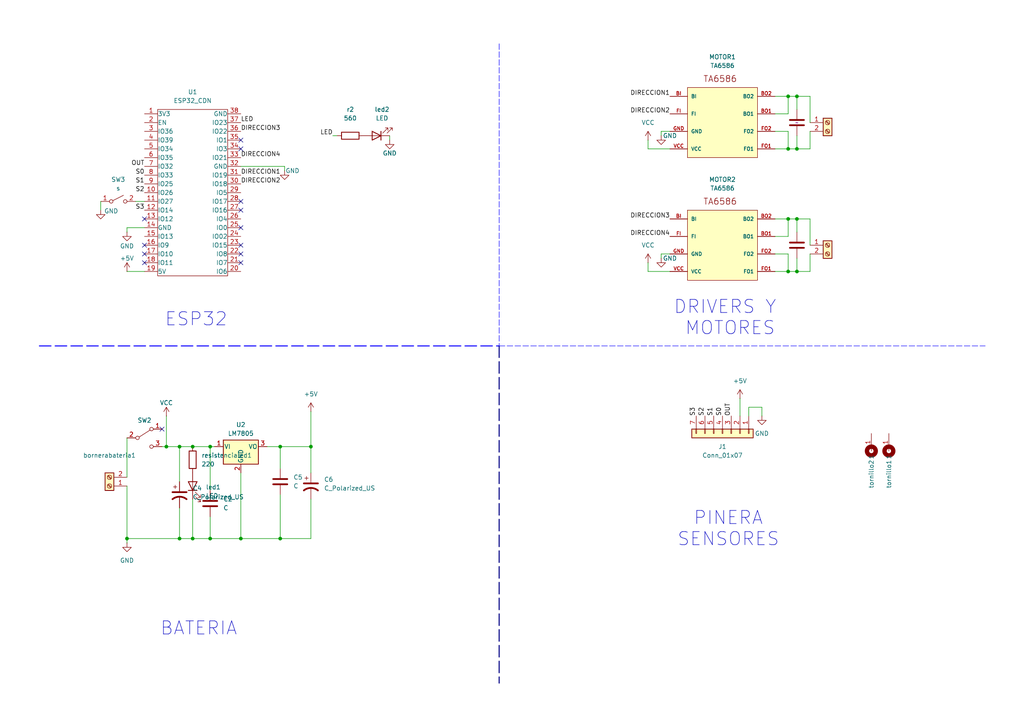
<source format=kicad_sch>
(kicad_sch (version 20231120) (generator "eeschema") (generator_version "8.0")
  (paper "A4")
  (lib_symbols
    (symbol "CDN:Conn_01x07" (pin_names (offset 1.016) hide)
      (property "Reference" "J" (at 0 10.16 0))
      (property "Value" "Conn_01x07" (at 0 -10.16 0))
      (symbol "Conn_01x07_1_1"
        (rectangle (start -1.27 -7.493) (end 0 -7.747) (stroke (width 0.1524)))
        (rectangle (start -1.27 -4.953) (end 0 -5.207) (stroke (width 0.1524)))
        (rectangle (start -1.27 -2.413) (end 0 -2.667) (stroke (width 0.1524)))
        (rectangle (start -1.27 0.127) (end 0 -0.127) (stroke (width 0.1524)))
        (rectangle (start -1.27 2.667) (end 0 2.413) (stroke (width 0.1524)))
        (rectangle (start -1.27 5.207) (end 0 4.953) (stroke (width 0.1524)))
        (rectangle (start -1.27 7.747) (end 0 7.493) (stroke (width 0.1524)))
        (rectangle (start -1.27 8.89) (end 1.27 -8.89) (stroke (width 0.254)) (fill (type background)))
        (pin passive line (at -5.08 7.62 0) (length 3.81) (name "Pin_1") (number "1"))
        (pin passive line (at -5.08 5.08 0) (length 3.81) (name "Pin_2") (number "2"))
        (pin passive line (at -5.08 2.54 0) (length 3.81) (name "Pin_3") (number "3"))
        (pin passive line (at -5.08 0 0) (length 3.81) (name "Pin_4") (number "4"))
        (pin passive line (at -5.08 -2.54 0) (length 3.81) (name "Pin_5") (number "5"))
        (pin passive line (at -5.08 -5.08 0) (length 3.81) (name "Pin_6") (number "6"))
        (pin passive line (at -5.08 -7.62 0) (length 3.81) (name "Pin_7") (number "7"))
      )
    )
    (symbol "CDN:ESP32_CDN" (pin_names (offset 0.0254))
      (property "Reference" "U" (at 0 25.4 0))
      (property "Value" "ESP32_CDN" (at 0 -25.4 0))
      (symbol "ESP32_CDN_0_1"
        (rectangle (start -10.16 24.13) (end 10.16 -24.13))
      )
      (symbol "ESP32_CDN_1_1"
        (pin passive line (at -13.97 22.86 0) (length 3.81) (name "3V3") (number "1"))
        (pin passive line (at -13.97 0 0) (length 3.81) (name "IO26") (number "10"))
        (pin passive line (at -13.97 -2.54 0) (length 3.81) (name "IO27") (number "11"))
        (pin passive line (at -13.97 -5.08 0) (length 3.81) (name "IO14") (number "12"))
        (pin passive line (at -13.97 -7.62 0) (length 3.81) (name "IO12") (number "13"))
        (pin passive line (at -13.97 -10.16 0) (length 3.81) (name "GND") (number "14"))
        (pin passive line (at -13.97 -12.7 0) (length 3.81) (name "IO13") (number "15"))
        (pin passive line (at -13.97 -15.24 0) (length 3.81) (name "IO9") (number "16"))
        (pin passive line (at -13.97 -17.78 0) (length 3.81) (name "IO10") (number "17"))
        (pin passive line (at -13.97 -20.32 0) (length 3.81) (name "IO11") (number "18"))
        (pin passive line (at -13.97 -22.86 0) (length 3.81) (name "5V") (number "19"))
        (pin passive line (at -13.97 20.32 0) (length 3.81) (name "EN") (number "2"))
        (pin passive line (at 13.97 -22.86 180) (length 3.81) (name "IO6") (number "20"))
        (pin passive line (at 13.97 -20.32 180) (length 3.81) (name "IO7") (number "21"))
        (pin passive line (at 13.97 -17.78 180) (length 3.81) (name "IO8") (number "22"))
        (pin passive line (at 13.97 -15.24 180) (length 3.81) (name "IO15") (number "23"))
        (pin passive line (at 13.97 -12.7 180) (length 3.81) (name "IO02") (number "24"))
        (pin passive line (at 13.97 -10.16 180) (length 3.81) (name "IO0") (number "25"))
        (pin passive line (at 13.97 -7.62 180) (length 3.81) (name "IO4") (number "26"))
        (pin passive line (at 13.97 -5.08 180) (length 3.81) (name "IO16") (number "27"))
        (pin passive line (at 13.97 -2.54 180) (length 3.81) (name "IO17") (number "28"))
        (pin passive line (at 13.97 0 180) (length 3.81) (name "IO5") (number "29"))
        (pin passive line (at -13.97 17.78 0) (length 3.81) (name "IO36") (number "3"))
        (pin passive line (at 13.97 2.54 180) (length 3.81) (name "IO18") (number "30"))
        (pin passive line (at 13.97 5.08 180) (length 3.81) (name "IO19") (number "31"))
        (pin passive line (at 13.97 7.62 180) (length 3.81) (name "GND") (number "32"))
        (pin passive line (at 13.97 10.16 180) (length 3.81) (name "IO21") (number "33"))
        (pin passive line (at 13.97 12.7 180) (length 3.81) (name "IO3") (number "34"))
        (pin passive line (at 13.97 15.24 180) (length 3.81) (name "IO1") (number "35"))
        (pin passive line (at 13.97 17.78 180) (length 3.81) (name "IO22") (number "36"))
        (pin passive line (at 13.97 20.32 180) (length 3.81) (name "IO23") (number "37"))
        (pin passive line (at 13.97 22.86 180) (length 3.81) (name "GND") (number "38"))
        (pin passive line (at -13.97 15.24 0) (length 3.81) (name "IO39") (number "4"))
        (pin passive line (at -13.97 12.7 0) (length 3.81) (name "IO34") (number "5"))
        (pin passive line (at -13.97 10.16 0) (length 3.81) (name "IO35") (number "6"))
        (pin passive line (at -13.97 7.62 0) (length 3.81) (name "IO32") (number "7"))
        (pin passive line (at -13.97 5.08 0) (length 3.81) (name "IO33") (number "8"))
        (pin passive line (at -13.97 2.54 0) (length 3.81) (name "IO25") (number "9"))
      )
    )
    (symbol "Connector:Screw_Terminal_01x02" (pin_names (offset 1.016) hide)
      (property "Reference" "J" (at 0 2.54 0))
      (property "Value" "Screw_Terminal_01x02" (at 0 -5.08 0))
      (symbol "Screw_Terminal_01x02_1_1"
        (rectangle (start -1.27 1.27) (end 1.27 -3.81) (stroke (width 0.254)) (fill (type background)))
        (circle (center 0 -2.54) (radius 0.635) (stroke (width 0.1524)))
        (polyline (pts (xy -0.5334 -2.2098) (xy 0.3302 -3.048)) (stroke (width 0.1524)))
        (polyline (pts (xy -0.5334 0.3302) (xy 0.3302 -0.508)) (stroke (width 0.1524)))
        (polyline (pts (xy -0.3556 -2.032) (xy 0.508 -2.8702)) (stroke (width 0.1524)))
        (polyline (pts (xy -0.3556 0.508) (xy 0.508 -0.3302)) (stroke (width 0.1524)))
        (circle (center 0 0) (radius 0.635) (stroke (width 0.1524)))
        (pin passive line (at -5.08 0 0) (length 3.81) (name "Pin_1") (number "1"))
        (pin passive line (at -5.08 -2.54 0) (length 3.81) (name "Pin_2") (number "2"))
      )
    )
    (symbol "Device:C" (pin_numbers hide) (pin_names (offset 0.254))
      (property "Reference" "C" (at 0.635 2.54 0))
      (property "Value" "C" (at 0.635 -2.54 0))
      (symbol "C_0_1"
        (polyline (pts (xy -2.032 -0.762) (xy 2.032 -0.762)) (stroke (width 0.508)))
        (polyline (pts (xy -2.032 0.762) (xy 2.032 0.762)) (stroke (width 0.508)))
      )
      (symbol "C_1_1"
        (pin passive line (at 0 3.81 270) (length 2.794) (name "~") (number "1"))
        (pin passive line (at 0 -3.81 90) (length 2.794) (name "~") (number "2"))
      )
    )
    (symbol "Device:C_Polarized_US" (pin_numbers hide) (pin_names (offset 0.254) hide)
      (property "Reference" "C" (at 0.635 2.54 0))
      (property "Value" "C_Polarized_US" (at 0.635 -2.54 0))
      (symbol "C_Polarized_US_0_1"
        (polyline (pts (xy -2.032 0.762) (xy 2.032 0.762)) (stroke (width 0.508)))
        (polyline (pts (xy -1.778 2.286) (xy -0.762 2.286)))
        (polyline (pts (xy -1.27 1.778) (xy -1.27 2.794)))
        (arc (start 2.032 -1.27) (mid 0 -0.5572) (end -2.032 -1.27) (stroke (width 0.508)))
      )
      (symbol "C_Polarized_US_1_1"
        (pin passive line (at 0 3.81 270) (length 2.794) (name "~") (number "1"))
        (pin passive line (at 0 -3.81 90) (length 3.302) (name "~") (number "2"))
      )
    )
    (symbol "Device:LED" (pin_numbers hide) (pin_names (offset 1.016) hide)
      (property "Reference" "D" (at 0 2.54 0))
      (property "Value" "LED" (at 0 -2.54 0))
      (symbol "LED_0_1"
        (polyline (pts (xy -1.27 -1.27) (xy -1.27 1.27)) (stroke (width 0.254)))
        (polyline (pts (xy -1.27 0) (xy 1.27 0)))
        (polyline (pts (xy 1.27 -1.27) (xy 1.27 1.27) (xy -1.27 0) (xy 1.27 -1.27)) (stroke (width 0.254)))
        (polyline (pts (xy -3.048 -0.762) (xy -4.572 -2.286) (xy -3.81 -2.286) (xy -4.572 -2.286) (xy -4.572 -1.524)))
        (polyline (pts (xy -1.778 -0.762) (xy -3.302 -2.286) (xy -2.54 -2.286) (xy -3.302 -2.286) (xy -3.302 -1.524)))
      )
      (symbol "LED_1_1"
        (pin passive line (at -3.81 0 0) (length 2.54) (name "K") (number "1"))
        (pin passive line (at 3.81 0 180) (length 2.54) (name "A") (number "2"))
      )
    )
    (symbol "Device:R" (pin_numbers hide) (pin_names (offset 0))
      (property "Reference" "R" (at 2.032 0 90))
      (property "Value" "R" (at 0 0 90))
      (symbol "R_0_1"
        (rectangle (start -1.016 -2.54) (end 1.016 2.54) (stroke (width 0.254)))
      )
      (symbol "R_1_1"
        (pin passive line (at 0 3.81 270) (length 1.27) (name "~") (number "1"))
        (pin passive line (at 0 -3.81 90) (length 1.27) (name "~") (number "2"))
      )
    )
    (symbol "EESTN5:Cable_PAD" (pin_names (offset 1.016))
      (property "Reference" "J" (at 0 5.08 0))
      (symbol "Cable_PAD_0_1"
        (circle (center 0 0) (radius 1.27) (stroke (width 1.27)))
      )
      (symbol "Cable_PAD_1_1"
        (pin input line (at -5.08 0 0) (length 5.08) (name "1") (number "1"))
      )
    )
    (symbol "EESTN5:SW_SPDT" (pin_names (offset 0) hide)
      (property "Reference" "SW" (at 0 4.318 0))
      (symbol "SW_SPDT_0_0"
        (circle (center -2.032 0) (radius 0.508))
        (circle (center 2.032 -2.54) (radius 0.508))
      )
      (symbol "SW_SPDT_0_1"
        (polyline (pts (xy -1.524 0.254) (xy 1.651 2.286)))
        (circle (center 2.032 2.54) (radius 0.508))
      )
      (symbol "SW_SPDT_1_1"
        (pin passive line (at 5.08 2.54 180) (length 2.54) (name "A") (number "1"))
        (pin passive line (at -5.08 0 0) (length 2.54) (name "B") (number "2"))
        (pin passive line (at 5.08 -2.54 180) (length 2.54) (name "C") (number "3"))
      )
    )
    (symbol "Regulator_Linear:LM7805_TO220" (pin_names (offset 0.254))
      (property "Reference" "U" (at -3.81 3.175 0))
      (property "Value" "LM7805_TO220" (at 0 3.175 0))
      (symbol "LM7805_TO220_0_1"
        (rectangle (start -5.08 1.905) (end 5.08 -5.08) (stroke (width 0.254)) (fill (type background)))
      )
      (symbol "LM7805_TO220_1_1"
        (pin power_in line (at -7.62 0 0) (length 2.54) (name "VI") (number "1"))
        (pin power_in line (at 0 -7.62 90) (length 2.54) (name "GND") (number "2"))
        (pin power_out line (at 7.62 0 180) (length 2.54) (name "VO") (number "3"))
      )
    )
    (symbol "Switch:SW_SPST" (pin_names (offset 0) hide)
      (property "Reference" "SW" (at 0 3.175 0))
      (property "Value" "SW_SPST" (at 0 -2.54 0))
      (symbol "SW_SPST_0_0"
        (circle (center -2.032 0) (radius 0.508))
        (polyline (pts (xy -1.524 0.254) (xy 1.524 1.778)))
        (circle (center 2.032 0) (radius 0.508))
      )
      (symbol "SW_SPST_1_1"
        (pin passive line (at -5.08 0 0) (length 2.54) (name "A") (number "1"))
        (pin passive line (at 5.08 0 180) (length 2.54) (name "B") (number "2"))
      )
    )
    (symbol "TA6586:TA6586" (pin_names (offset 1.016))
      (property "Reference" "U" (at 0 0 0))
      (property "Value" "TA6586" (at 0 0 0))
      (symbol "TA6586_0_0"
        (rectangle (start -10.16 -10.16) (end 10.16 10.16) (stroke (width 0.1524)) (fill (type background)))
        (text "TA6586 " (at 0 12.7 0) (effects (font (size 1.778 1.778))))
        (pin bidirectional line (at -15.24 7.62 0) (length 5.08) (name "BI") (number "BI"))
        (pin bidirectional line (at 15.24 2.54 180) (length 5.08) (name "BO1") (number "BO1"))
        (pin bidirectional line (at 15.24 7.62 180) (length 5.08) (name "BO2") (number "BO2"))
        (pin bidirectional line (at -15.24 2.54 0) (length 5.08) (name "FI") (number "FI"))
        (pin bidirectional line (at 15.24 -7.62 180) (length 5.08) (name "FO1") (number "FO1"))
        (pin bidirectional line (at 15.24 -2.54 180) (length 5.08) (name "FO2") (number "FO2"))
        (pin bidirectional line (at -15.24 -2.54 0) (length 5.08) (name "GND") (number "GND"))
        (pin bidirectional line (at -15.24 -7.62 0) (length 5.08) (name "VCC") (number "VCC"))
      )
    )
    (symbol "power:+5V" (power) (pin_numbers hide) (pin_names (offset 0) hide)
      (property "Value" "+5V" (at 0 3.556 0))
      (symbol "+5V_0_1"
        (polyline (pts (xy -0.762 1.27) (xy 0 2.54)))
        (polyline (pts (xy 0 0) (xy 0 2.54)))
        (polyline (pts (xy 0 2.54) (xy 0.762 1.27)))
      )
      (symbol "+5V_1_1"
        (pin power_in line (at 0 0 90) (length 0) (name "~") (number "1"))
      )
    )
    (symbol "power:GND" (power) (pin_numbers hide) (pin_names (offset 0) hide)
      (property "Value" "GND" (at 0 -3.81 0))
      (symbol "GND_0_1"
        (polyline (pts (xy 0 0) (xy 0 -1.27) (xy 1.27 -1.27) (xy 0 -2.54) (xy -1.27 -1.27) (xy 0 -1.27)))
      )
      (symbol "GND_1_1"
        (pin power_in line (at 0 0 270) (length 0) (name "~") (number "1"))
      )
    )
    (symbol "power:VCC" (power) (pin_numbers hide) (pin_names (offset 0) hide)
      (property "Value" "VCC" (at 0 3.556 0))
      (symbol "VCC_0_1"
        (polyline (pts (xy -0.762 1.27) (xy 0 2.54)))
        (polyline (pts (xy 0 0) (xy 0 2.54)))
        (polyline (pts (xy 0 2.54) (xy 0.762 1.27)))
      )
      (symbol "VCC_1_1"
        (pin power_in line (at 0 0 90) (length 0) (name "~") (number "1"))
      )
    )
  )
  (junction (at 52.07 129.54))
  (junction (at 228.6 43.18))
  (junction (at 81.28 156.21))
  (junction (at 52.07 156.21))
  (junction (at 60.96 129.54))
  (junction (at 228.6 27.94))
  (junction (at 90.17 129.54))
  (junction (at 231.14 27.94))
  (junction (at 228.6 78.74))
  (junction (at 228.6 63.5))
  (junction (at 81.28 129.54))
  (junction (at 231.14 43.18))
  (junction (at 60.96 156.21))
  (junction (at 55.88 156.21))
  (junction (at 36.83 156.21))
  (junction (at 231.14 63.5))
  (junction (at 231.14 78.74))
  (junction (at 69.85 156.21))
  (junction (at 55.88 129.54))
  (junction (at 48.26 129.54))
  (no_connect (at 69.85 76.2))
  (no_connect (at 46.99 124.46))
  (no_connect (at 69.85 40.64))
  (no_connect (at 41.91 76.2))
  (no_connect (at 41.91 71.12))
  (no_connect (at 69.85 58.42))
  (no_connect (at 41.91 73.66))
  (no_connect (at 69.85 73.66))
  (no_connect (at 69.85 43.18))
  (no_connect (at 41.91 63.5))
  (no_connect (at 69.85 66.04))
  (no_connect (at 69.85 60.96))
  (no_connect (at 69.85 71.12))
  (wire (pts (xy 144.78 100.33) (xy 285.75 100.33)) (stroke (width 0) (type dash) (color 8 0 255 1)))
  (wire (pts (xy 234.95 63.5) (xy 234.95 71.12)))
  (wire (pts (xy 187.96 76.2) (xy 187.96 78.74)))
  (wire (pts (xy 224.79 43.18) (xy 228.6 43.18)))
  (wire (pts (xy 81.28 156.21) (xy 69.85 156.21)))
  (wire (pts (xy 224.79 33.02) (xy 228.6 33.02)))
  (wire (pts (xy 144.78 12.7) (xy 144.78 100.33)) (stroke (width 0) (type dash) (color 8 0 255 1)))
  (wire (pts (xy 36.83 156.21) (xy 36.83 157.48)))
  (bus (pts (xy 11.43 100.33) (xy 144.78 100.33)) (stroke (width 0) (type dash) (color 19 8 255 1)))
  (wire (pts (xy 52.07 139.7) (xy 52.07 129.54)))
  (wire (pts (xy 217.17 120.65) (xy 217.17 118.11)))
  (wire (pts (xy 36.83 156.21) (xy 52.07 156.21)))
  (wire (pts (xy 191.77 38.1) (xy 194.31 38.1)))
  (wire (pts (xy 228.6 78.74) (xy 231.14 78.74)))
  (wire (pts (xy 90.17 129.54) (xy 90.17 137.16)))
  (wire (pts (xy 231.14 78.74) (xy 234.95 78.74)))
  (wire (pts (xy 60.96 156.21) (xy 60.96 149.86)))
  (wire (pts (xy 234.95 27.94) (xy 234.95 35.56)))
  (wire (pts (xy 187.96 40.64) (xy 187.96 43.18)))
  (wire (pts (xy 231.14 63.5) (xy 234.95 63.5)))
  (wire (pts (xy 224.79 63.5) (xy 228.6 63.5)))
  (wire (pts (xy 231.14 63.5) (xy 231.14 67.31)))
  (wire (pts (xy 52.07 156.21) (xy 55.88 156.21)))
  (wire (pts (xy 191.77 39.37) (xy 191.77 38.1)))
  (wire (pts (xy 81.28 129.54) (xy 90.17 129.54)))
  (wire (pts (xy 77.47 129.54) (xy 81.28 129.54)))
  (wire (pts (xy 224.79 68.58) (xy 228.6 68.58)))
  (wire (pts (xy 228.6 38.1) (xy 228.6 43.18)))
  (wire (pts (xy 81.28 143.51) (xy 81.28 156.21)))
  (wire (pts (xy 81.28 129.54) (xy 81.28 135.89)))
  (wire (pts (xy 90.17 119.38) (xy 90.17 129.54)))
  (wire (pts (xy 90.17 144.78) (xy 90.17 156.21)))
  (wire (pts (xy 220.98 118.11) (xy 220.98 120.65)))
  (wire (pts (xy 231.14 39.37) (xy 231.14 43.18)))
  (wire (pts (xy 46.99 129.54) (xy 48.26 129.54)))
  (wire (pts (xy 36.83 66.04) (xy 36.83 67.31)))
  (wire (pts (xy 48.26 129.54) (xy 52.07 129.54)))
  (wire (pts (xy 36.83 127) (xy 36.83 138.43)))
  (wire (pts (xy 82.55 48.26) (xy 69.85 48.26)))
  (wire (pts (xy 224.79 27.94) (xy 228.6 27.94)))
  (wire (pts (xy 55.88 129.54) (xy 60.96 129.54)))
  (wire (pts (xy 90.17 156.21) (xy 81.28 156.21)))
  (wire (pts (xy 60.96 129.54) (xy 60.96 142.24)))
  (wire (pts (xy 36.83 78.74) (xy 41.91 78.74)))
  (wire (pts (xy 231.14 43.18) (xy 234.95 43.18)))
  (wire (pts (xy 48.26 120.65) (xy 48.26 129.54)))
  (bus (pts (xy 144.78 100.33) (xy 144.78 198.12)) (stroke (width 0) (type dash)))
  (wire (pts (xy 228.6 73.66) (xy 228.6 78.74)))
  (wire (pts (xy 224.79 38.1) (xy 228.6 38.1)))
  (wire (pts (xy 97.79 39.37) (xy 96.52 39.37)))
  (wire (pts (xy 36.83 140.97) (xy 36.83 156.21)))
  (wire (pts (xy 60.96 156.21) (xy 69.85 156.21)))
  (wire (pts (xy 234.95 73.66) (xy 234.95 78.74)))
  (wire (pts (xy 113.03 40.64) (xy 113.03 39.37)))
  (wire (pts (xy 228.6 27.94) (xy 231.14 27.94)))
  (wire (pts (xy 187.96 78.74) (xy 194.31 78.74)))
  (wire (pts (xy 55.88 144.78) (xy 55.88 156.21)))
  (wire (pts (xy 234.95 38.1) (xy 234.95 43.18)))
  (wire (pts (xy 29.21 58.42) (xy 29.21 60.96)))
  (wire (pts (xy 228.6 43.18) (xy 231.14 43.18)))
  (wire (pts (xy 214.63 115.57) (xy 214.63 120.65)))
  (wire (pts (xy 55.88 156.21) (xy 60.96 156.21)))
  (wire (pts (xy 191.77 74.93) (xy 191.77 73.66)))
  (wire (pts (xy 60.96 129.54) (xy 62.23 129.54)))
  (wire (pts (xy 191.77 73.66) (xy 194.31 73.66)))
  (wire (pts (xy 69.85 137.16) (xy 69.85 156.21)))
  (wire (pts (xy 224.79 73.66) (xy 228.6 73.66)))
  (wire (pts (xy 82.55 48.26) (xy 82.55 49.53)))
  (wire (pts (xy 228.6 68.58) (xy 228.6 63.5)))
  (wire (pts (xy 187.96 43.18) (xy 194.31 43.18)))
  (wire (pts (xy 224.79 78.74) (xy 228.6 78.74)))
  (wire (pts (xy 41.91 66.04) (xy 36.83 66.04)))
  (wire (pts (xy 52.07 129.54) (xy 55.88 129.54)))
  (wire (pts (xy 52.07 156.21) (xy 52.07 147.32)))
  (wire (pts (xy 228.6 63.5) (xy 231.14 63.5)))
  (wire (pts (xy 39.37 58.42) (xy 41.91 58.42)))
  (wire (pts (xy 231.14 27.94) (xy 234.95 27.94)))
  (wire (pts (xy 217.17 118.11) (xy 220.98 118.11)))
  (wire (pts (xy 228.6 33.02) (xy 228.6 27.94)))
  (wire (pts (xy 231.14 27.94) (xy 231.14 31.75)))
  (wire (pts (xy 231.14 74.93) (xy 231.14 78.74)))
  (text "ESP32\n" (at 56.896 92.71 0) (effects (font (size 3.81 3.81))))
  (text " DRIVERS Y \n MOTORES\n" (at 210.312 92.202 0) (effects (font (size 3.81 3.81))))
  (text " PINERA\n SENSORES\n" (at 209.804 153.416 0) (effects (font (size 3.81 3.81))))
  (text "BATERIA\n" (at 57.658 182.372 0) (effects (font (size 3.81 3.81))))
  (label "S2" (at 204.47 120.65 90))
  (label "S1" (at 41.91 53.34 180))
  (label "S2" (at 41.91 55.88 180))
  (label "DIRECCION4" (at 194.31 68.58 180))
  (label "S1" (at 207.01 120.65 90))
  (label "DIRECCION1" (at 69.85 50.8 0))
  (label "OUT" (at 212.09 120.65 90))
  (label "DIRECCION1" (at 194.31 27.94 180))
  (label "DIRECCION2" (at 69.85 53.34 0))
  (label "DIRECCION3" (at 194.31 63.5 180))
  (label "DIRECCION2" (at 194.31 33.02 180))
  (label "DIRECCION3" (at 69.85 38.1 0))
  (label "DIRECCION4" (at 69.85 45.72 0))
  (label "S3" (at 41.91 60.96 180))
  (label "S3" (at 201.93 120.65 90))
  (label "OUT" (at 41.91 48.26 180))
  (label "S0" (at 209.55 120.65 90))
  (label "S0" (at 41.91 50.8 180))
  (label "LED" (at 96.52 39.37 180))
  (label "LED" (at 69.85 35.56 0))
  (symbol (lib_id "Device:C") (at 60.96 146.05 0) (unit 1)
    (property "Reference" "C2" (at 64.77 144.7799 0) (effects (justify left)))
    (property "Value" "C" (at 64.77 147.3199 0) (effects (justify left)))
    (property "Footprint" "Capacitor_THT:C_Disc_D5.0mm_W2.5mm_P5.00mm" (effects (hide yes)))
    (property "Description" "Unpolarized capacitor" (effects (hide yes)))
  )
  (symbol (lib_id "Device:LED") (at 55.88 140.97 90) (unit 1)
    (property "Reference" "led1" (at 59.69 141.2874 90) (effects (justify right)))
    (property "Value" "LED" (at 59.69 143.8274 90) (effects (justify right)))
    (property "Footprint" "LED_THT:LED_D5.0mm" (effects (hide yes)))
    (property "Description" "Light emitting diode" (effects (hide yes)))
  )
  (symbol (lib_id "TA6586:TA6586") (at 209.55 35.56 0) (unit 1)
    (property "Reference" "MOTOR1" (at 209.55 16.51 0))
    (property "Value" "TA6586" (at 209.55 19.05 0))
    (property "Footprint" "ta6586:TA6586-FOOTPRINT" (effects (hide yes)))
    (property "MF" "Wuxi" (effects (hide yes)))
    (property "Description_1" "\n                        \n                            Circuito de accionamiento de motor bidireccional de CC\n                        \n" (effects (hide yes)))
    (property "Package" "Package" (effects (hide yes)))
    (property "Price" "None" (effects (hide yes)))
    (property "SnapEDA_Link" "https://www.snapeda.com/parts/TA6586/Wuxi/view-part/?ref=snap" (effects (hide yes)))
    (property "MP" "TA6586" (effects (hide yes)))
    (property "Availability" "Not in stock" (effects (hide yes)))
    (property "Check_prices" "https://www.snapeda.com/parts/TA6586/Wuxi/view-part/?ref=eda" (effects (hide yes)))
  )
  (symbol (lib_id "Connector:Screw_Terminal_01x02") (at 31.75 140.97 180) (unit 1)
    (property "Reference" "bornerabateria1" (at 31.75 132.08 0))
    (property "Value" "bornera" (effects (hide yes)))
    (property "Footprint" "EESTN5:BORNERA2" (effects (hide yes)))
    (property "Description" "Generic screw terminal, single row, 01x02, script generated (kicad-library-utils/schlib/autogen/connector/)" (effects (hide yes)))
  )
  (symbol (lib_id "power:GND") (at 29.21 60.96 0) (unit 1)
    (property "Reference" "#PWR09" (effects (hide yes)))
    (property "Value" "GND" (at 32.258 61.214 0))
    (property "Description" "Power symbol creates a global label with name \"GND\" , ground" (effects (hide yes)))
  )
  (symbol (lib_id "Device:C") (at 231.14 35.56 0) (unit 1)
    (property "Reference" "C7" (effects (hide yes)))
    (property "Value" "C" (effects (hide yes)))
    (property "Footprint" "Capacitor_THT:C_Disc_D5.0mm_W2.5mm_P5.00mm" (effects (hide yes)))
    (property "Datasheet" "~" (at 231.14 35.56 0))
    (property "Description" "Unpolarized capacitor" (effects (hide yes)))
  )
  (symbol (lib_id "EESTN5:SW_SPDT") (at 41.91 127 0) (unit 1)
    (property "Reference" "SW2" (at 41.91 121.92 0))
    (property "Value" "SW_SPDT" (effects (hide yes)))
    (property "Footprint" "EESTN5:SW_SPDT_TH_Vertical" (effects (hide yes)))
    (property "Description" "Switch, single pole double throw" (effects (hide yes)))
  )
  (symbol (lib_id "Device:C") (at 81.28 139.7 0) (unit 1)
    (property "Reference" "C5" (at 85.09 138.4299 0) (effects (justify left)))
    (property "Value" "C" (at 85.09 140.9699 0) (effects (justify left)))
    (property "Footprint" "Capacitor_THT:C_Disc_D5.0mm_W2.5mm_P5.00mm" (effects (hide yes)))
    (property "Description" "Unpolarized capacitor" (effects (hide yes)))
  )
  (symbol (lib_id "Switch:SW_SPST") (at 34.29 58.42 0) (unit 1)
    (property "Reference" "SW3" (at 34.29 52.07 0))
    (property "Value" "s" (at 34.29 54.61 0))
    (property "Footprint" "Button_Switch_THT:SW_PUSH_6mm" (effects (hide yes)))
    (property "Description" "Single Pole Single Throw (SPST) switch" (effects (hide yes)))
  )
  (symbol (lib_id "Regulator_Linear:LM7805_TO220") (at 69.85 129.54 0) (unit 1)
    (property "Reference" "U2" (at 69.85 123.19 0))
    (property "Value" "LM7805" (at 69.85 125.73 0))
    (property "Footprint" "Package_TO_SOT_THT:TO-220-3_Vertical" (effects (hide yes)))
    (property "Datasheet" "https://www.onsemi.cn/PowerSolutions/document/MC7800-D.PDF" (effects (hide yes)))
    (property "Description" "Positive 1A 35V Linear Regulator, Fixed Output 5V, TO-220" (effects (hide yes)))
  )
  (symbol (lib_id "power:GND") (at 191.77 74.93 0) (mirror y) (unit 1)
    (property "Reference" "#PWR028" (effects (hide yes)))
    (property "Value" "GND" (at 194.31 74.93 0))
    (property "Description" "Power symbol creates a global label with name \"GND\" , ground" (effects (hide yes)))
  )
  (symbol (lib_id "EESTN5:Cable_PAD") (at 257.81 130.81 270) (unit 1)
    (property "Reference" "tornillo1" (at 257.8101 133.35 0) (effects (justify left)))
    (property "Value" "Cable_PAD" (effects (hide yes)))
    (property "Footprint" "EESTN5:Tornillo_M3_8mm" (effects (hide yes)))
    (property "Description" "Solder Pad for cable connection" (effects (hide yes)))
  )
  (symbol (lib_id "CDN:ESP32_CDN") (at 55.88 55.88 0) (unit 1)
    (property "Reference" "U1" (at 55.88 26.67 0))
    (property "Value" "ESP32_CDN" (at 55.88 29.21 0))
    (property "Footprint" "EESTN5:ESP32_DEVKITC" (effects (hide yes)))
    (property "Description" "ESP32-DEVKITC" (effects (hide yes)))
  )
  (symbol (lib_id "Connector:Screw_Terminal_01x02") (at 240.03 71.12 0) (unit 1)
    (property "Reference" "bormo1" (effects (hide yes)))
    (property "Value" "Screw_Terminal_01x02" (effects (hide yes)))
    (property "Footprint" "EESTN5:BORNERA2" (effects (hide yes)))
    (property "Description" "Generic screw terminal, single row, 01x02, script generated (kicad-library-utils/schlib/autogen/connector/)" (effects (hide yes)))
  )
  (symbol (lib_id "CDN:Conn_01x07") (at 209.55 125.73 270) (unit 1)
    (property "Reference" "J1" (at 209.55 129.54 90))
    (property "Value" "Conn_01x07" (at 209.55 132.08 90))
    (property "Footprint" "Connector_PinSocket_2.00mm:PinSocket_1x07_P2.00mm_Vertical" (effects (hide yes)))
    (property "Description" "Generic connector, single row, 01x07, script generated (kicad-library-utils/schlib/autogen/connector/)" (effects (hide yes)))
  )
  (symbol (lib_id "power:VCC") (at 48.26 120.65 0) (unit 1)
    (property "Reference" "#PWR022" (effects (hide yes)))
    (property "Value" "VCC" (at 48.26 116.84 0))
    (property "Description" "Power symbol creates a global label with name \"VCC\"" (effects (hide yes)))
  )
  (symbol (lib_id "Connector:Screw_Terminal_01x02") (at 240.03 35.56 0) (unit 1)
    (property "Reference" "J5" (effects (hide yes)))
    (property "Value" "Screw_Terminal_01x02" (effects (hide yes)))
    (property "Footprint" "EESTN5:BORNERA2" (effects (hide yes)))
    (property "Description" "Generic screw terminal, single row, 01x02, script generated (kicad-library-utils/schlib/autogen/connector/)" (effects (hide yes)))
  )
  (symbol (lib_id "Device:LED") (at 109.22 39.37 180) (unit 1)
    (property "Reference" "led2" (at 110.8075 31.75 0))
    (property "Value" "LED" (at 110.8075 34.29 0))
    (property "Footprint" "LED_THT:LED_D5.0mm" (effects (hide yes)))
    (property "Description" "Light emitting diode" (effects (hide yes)))
  )
  (symbol (lib_id "Device:R") (at 55.88 133.35 0) (unit 1)
    (property "Reference" "resistencialed1" (at 58.42 132.0799 0) (effects (justify left)))
    (property "Value" "220" (at 58.42 134.6199 0) (effects (justify left)))
    (property "Footprint" "EESTN5:RES0.3" (effects (hide yes)))
    (property "Description" "Resistor" (effects (hide yes)))
  )
  (symbol (lib_id "power:+5V") (at 214.63 115.57 0) (unit 1)
    (property "Reference" "#PWR02" (effects (hide yes)))
    (property "Value" "+5V" (at 214.63 110.49 0))
    (property "Description" "Power symbol creates a global label with name \"+5V\"" (effects (hide yes)))
  )
  (symbol (lib_id "Device:C_Polarized_US") (at 52.07 143.51 0) (unit 1)
    (property "Reference" "C4" (at 55.88 141.6049 0) (effects (justify left)))
    (property "Value" "C_Polarized_US" (at 55.88 144.1449 0) (effects (justify left)))
    (property "Footprint" "Capacitor_THT:CP_Radial_D10.0mm_P3.50mm" (effects (hide yes)))
    (property "Description" "Polarized capacitor, US symbol" (effects (hide yes)))
  )
  (symbol (lib_id "Device:R") (at 101.6 39.37 90) (unit 1)
    (property "Reference" "r2" (at 101.6 31.75 90))
    (property "Value" "560" (at 101.6 34.29 90))
    (property "Footprint" "EESTN5:RES0.3" (effects (hide yes)))
    (property "Description" "Resistor" (effects (hide yes)))
  )
  (symbol (lib_id "power:GND") (at 113.03 40.64 0) (unit 1)
    (property "Reference" "#PWR08" (effects (hide yes)))
    (property "Value" "GND" (at 113.03 44.45 0))
    (property "Description" "Power symbol creates a global label with name \"GND\" , ground" (effects (hide yes)))
  )
  (symbol (lib_id "power:GND") (at 191.77 39.37 0) (mirror y) (unit 1)
    (property "Reference" "#PWR03" (effects (hide yes)))
    (property "Value" "GND" (at 194.31 39.37 0))
    (property "Description" "Power symbol creates a global label with name \"GND\" , ground" (effects (hide yes)))
  )
  (symbol (lib_id "power:GND") (at 36.83 157.48 0) (unit 1)
    (property "Reference" "#PWR018" (effects (hide yes)))
    (property "Value" "GND" (at 36.83 162.56 0))
    (property "Description" "Power symbol creates a global label with name \"GND\" , ground" (effects (hide yes)))
  )
  (symbol (lib_id "TA6586:TA6586") (at 209.55 71.12 0) (unit 1)
    (property "Reference" "MOTOR2" (at 209.55 52.07 0))
    (property "Value" "TA6586" (at 209.55 54.61 0))
    (property "Footprint" "ta6586:TA6586-FOOTPRINT" (effects (hide yes)))
    (property "MF" "Wuxi" (effects (hide yes)))
    (property "Description_1" "\n                        \n                            Circuito de accionamiento de motor bidireccional de CC\n                        \n" (effects (hide yes)))
    (property "Package" "Package" (effects (hide yes)))
    (property "Price" "None" (effects (hide yes)))
    (property "SnapEDA_Link" "https://www.snapeda.com/parts/TA6586/Wuxi/view-part/?ref=snap" (effects (hide yes)))
    (property "MP" "TA6586" (effects (hide yes)))
    (property "Availability" "Not in stock" (effects (hide yes)))
    (property "Check_prices" "https://www.snapeda.com/parts/TA6586/Wuxi/view-part/?ref=eda" (effects (hide yes)))
  )
  (symbol (lib_id "power:+5V") (at 36.83 78.74 0) (unit 1)
    (property "Reference" "#PWR027" (effects (hide yes)))
    (property "Value" "+5V" (at 36.83 74.93 0))
    (property "Description" "Power symbol creates a global label with name \"+5V\"" (effects (hide yes)))
  )
  (symbol (lib_id "power:VCC") (at 187.96 76.2 0) (unit 1)
    (property "Reference" "#PWR05" (effects (hide yes)))
    (property "Value" "VCC" (at 187.96 71.12 0))
    (property "Description" "Power symbol creates a global label with name \"VCC\"" (effects (hide yes)))
  )
  (symbol (lib_id "power:GND") (at 36.83 67.31 0) (unit 1)
    (property "Reference" "#PWR026" (effects (hide yes)))
    (property "Value" "GND" (at 36.83 71.374 0))
    (property "Description" "Power symbol creates a global label with name \"GND\" , ground" (effects (hide yes)))
  )
  (symbol (lib_id "power:GND") (at 220.98 120.65 0) (unit 1)
    (property "Reference" "#PWR01" (effects (hide yes)))
    (property "Value" "GND" (at 220.98 125.73 0))
    (property "Description" "Power symbol creates a global label with name \"GND\" , ground" (effects (hide yes)))
  )
  (symbol (lib_id "EESTN5:Cable_PAD") (at 252.73 130.81 270) (unit 1)
    (property "Reference" "tornillo2" (at 252.7301 133.35 0) (effects (justify left)))
    (property "Value" "Cable_PAD" (effects (hide yes)))
    (property "Footprint" "EESTN5:Tornillo_M3_8mm" (effects (hide yes)))
    (property "Description" "Solder Pad for cable connection" (effects (hide yes)))
  )
  (symbol (lib_id "power:VCC") (at 187.96 40.64 0) (unit 1)
    (property "Reference" "#PWR04" (effects (hide yes)))
    (property "Value" "VCC" (at 187.96 35.56 0))
    (property "Description" "Power symbol creates a global label with name \"VCC\"" (effects (hide yes)))
  )
  (symbol (lib_id "power:GND") (at 82.55 49.53 0) (unit 1)
    (property "Reference" "#PWR021" (effects (hide yes)))
    (property "Value" "GND" (at 84.836 49.53 0))
    (property "Description" "Power symbol creates a global label with name \"GND\" , ground" (effects (hide yes)))
  )
  (symbol (lib_id "Device:C_Polarized_US") (at 90.17 140.97 0) (unit 1)
    (property "Reference" "C6" (at 93.98 139.0649 0) (effects (justify left)))
    (property "Value" "C_Polarized_US" (at 93.98 141.6049 0) (effects (justify left)))
    (property "Footprint" "Capacitor_THT:CP_Radial_D10.0mm_P3.50mm" (effects (hide yes)))
    (property "Description" "Polarized capacitor, US symbol" (effects (hide yes)))
  )
  (symbol (lib_id "Device:C") (at 231.14 71.12 0) (unit 1)
    (property "Reference" "C11" (effects (hide yes)))
    (property "Value" "C" (effects (hide yes)))
    (property "Footprint" "Capacitor_THT:C_Disc_D5.0mm_W2.5mm_P5.00mm" (effects (hide yes)))
    (property "Description" "Unpolarized capacitor" (effects (hide yes)))
  )
  (symbol (lib_id "power:+5V") (at 90.17 119.38 0) (unit 1)
    (property "Reference" "#PWR020" (effects (hide yes)))
    (property "Value" "+5V" (at 90.17 114.3 0))
    (property "Description" "Power symbol creates a global label with name \"+5V\"" (effects (hide yes)))
  )
)
</source>
